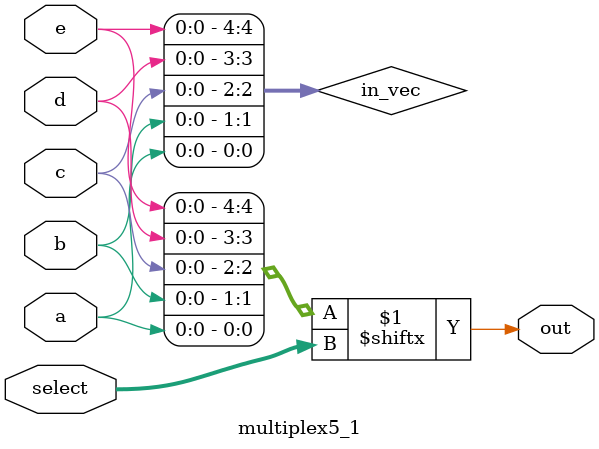
<source format=v>
module multiplex5_1(a, b, c, d, e, select, out);
    input  a, b, c, d, e;
    input  [2:0] select;
    output  out; 

    wire [4:0] in_vec;

    assign in_vec = {e, d, c, b, a};
    assign out = in_vec[select];
endmodule
</source>
